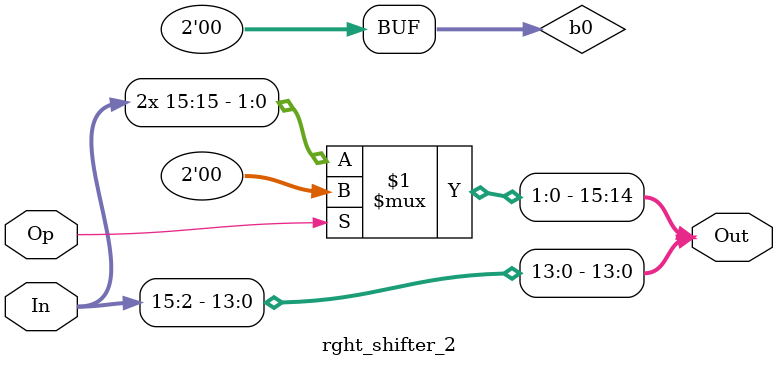
<source format=v>
/*
    shift/rotate the input to the right by two bits
    Op is 1, shift
    Op is 0, rotate
 */
module rght_shifter_2 (In, Op, Out);
    parameter   N = 16;
   	parameter	  B = 2;

   	input[N-1:0]    In;
   	input			      Op;
   	output[N-1:0]   Out;

   	// B bits of 0
   	wire[B-1:0] b0 = {B{1'b0}};
    // shift/rotate the input by B bits
    assign Out = {Op ? b0 : {B{In[N-1]}}, In[N-1:B]};
endmodule   
</source>
